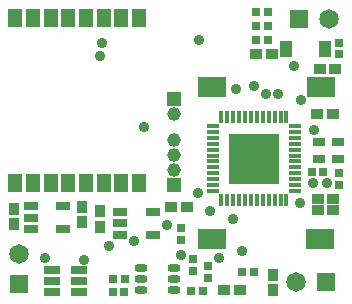
<source format=gts>
G04*
G04 #@! TF.GenerationSoftware,Altium Limited,Altium Designer,18.0.9 (584)*
G04*
G04 Layer_Color=8388736*
%FSLAX25Y25*%
%MOIN*%
G70*
G01*
G75*
%ADD29R,0.02559X0.02953*%
%ADD30R,0.02953X0.02559*%
%ADD31R,0.04134X0.03347*%
%ADD32R,0.09213X0.06890*%
%ADD33R,0.04191X0.05391*%
%ADD34R,0.04134X0.02953*%
%ADD35R,0.03347X0.04134*%
%ADD36R,0.05391X0.02591*%
%ADD37O,0.04331X0.02756*%
%ADD38R,0.04528X0.02953*%
%ADD39R,0.04528X0.06496*%
%ADD40R,0.16732X0.16732*%
%ADD41R,0.03937X0.01693*%
%ADD42R,0.01693X0.03937*%
%ADD43C,0.04528*%
%ADD44R,0.04528X0.04528*%
%ADD45C,0.06496*%
%ADD46R,0.06496X0.06496*%
%ADD47R,0.06496X0.06496*%
%ADD48C,0.03591*%
D29*
X185869Y110710D02*
D03*
X181931D02*
D03*
X186623Y192880D02*
D03*
X190560D02*
D03*
X190508Y197600D02*
D03*
X186572D02*
D03*
X205101Y144240D02*
D03*
X209038D02*
D03*
X165043Y104380D02*
D03*
X168980D02*
D03*
X186623Y188340D02*
D03*
X190560D02*
D03*
X138940Y108450D02*
D03*
X142877D02*
D03*
X138792Y104080D02*
D03*
X142728D02*
D03*
D30*
X170680Y108932D02*
D03*
Y112868D02*
D03*
X161470Y121492D02*
D03*
Y125428D02*
D03*
X214280Y187299D02*
D03*
Y183361D02*
D03*
X214200Y139962D02*
D03*
Y143898D02*
D03*
X165710Y111132D02*
D03*
Y115068D02*
D03*
D31*
X176071Y104760D02*
D03*
X181189D02*
D03*
X213020Y178600D02*
D03*
X207902D02*
D03*
X212159Y163470D02*
D03*
X207041D02*
D03*
X212400Y131570D02*
D03*
X207282D02*
D03*
X191819Y183420D02*
D03*
X186701D02*
D03*
X163550Y132420D02*
D03*
X158432D02*
D03*
X207211Y135350D02*
D03*
X212329D02*
D03*
D32*
X208230Y172620D02*
D03*
X172088D02*
D03*
X171919Y121990D02*
D03*
X208061D02*
D03*
D33*
X209550Y185210D02*
D03*
X196650D02*
D03*
D34*
X207700Y148544D02*
D03*
Y154056D02*
D03*
X213900Y148624D02*
D03*
Y154136D02*
D03*
D35*
X192330Y109899D02*
D03*
Y104781D02*
D03*
X128500Y132559D02*
D03*
Y127441D02*
D03*
X134440Y125941D02*
D03*
Y131059D02*
D03*
X106000Y132000D02*
D03*
Y126882D02*
D03*
D36*
X127560Y111540D02*
D03*
Y107840D02*
D03*
Y104140D02*
D03*
X118760D02*
D03*
Y107840D02*
D03*
Y111540D02*
D03*
D37*
X159253Y104800D02*
D03*
Y108540D02*
D03*
Y112280D02*
D03*
X148427Y104800D02*
D03*
Y108540D02*
D03*
Y112280D02*
D03*
D38*
X152163Y130830D02*
D03*
Y123350D02*
D03*
X141337D02*
D03*
Y127090D02*
D03*
Y130830D02*
D03*
X122413Y132740D02*
D03*
Y125260D02*
D03*
X111587D02*
D03*
Y129000D02*
D03*
Y132740D02*
D03*
D39*
X106331Y195559D02*
D03*
X112236D02*
D03*
X118142D02*
D03*
X124047D02*
D03*
X129953D02*
D03*
X135858D02*
D03*
X141764D02*
D03*
X147669D02*
D03*
Y140441D02*
D03*
X141764D02*
D03*
X135858D02*
D03*
X129953D02*
D03*
X124047D02*
D03*
X118142D02*
D03*
X112236D02*
D03*
X106331D02*
D03*
D40*
X185910Y148680D02*
D03*
D41*
X199591Y159507D02*
D03*
Y157538D02*
D03*
Y155570D02*
D03*
Y153601D02*
D03*
Y151633D02*
D03*
Y149664D02*
D03*
Y147696D02*
D03*
Y145727D02*
D03*
Y143759D02*
D03*
Y141790D02*
D03*
Y139822D02*
D03*
Y137853D02*
D03*
X172229D02*
D03*
Y139822D02*
D03*
Y141790D02*
D03*
Y143759D02*
D03*
Y145727D02*
D03*
Y147696D02*
D03*
Y149664D02*
D03*
Y151633D02*
D03*
Y153601D02*
D03*
Y155570D02*
D03*
Y157538D02*
D03*
Y159507D02*
D03*
D42*
X196737Y134999D02*
D03*
X194768D02*
D03*
X192800D02*
D03*
X190831D02*
D03*
X188863D02*
D03*
X186894D02*
D03*
X184926D02*
D03*
X182957D02*
D03*
X180989D02*
D03*
X179020D02*
D03*
X177052D02*
D03*
X175083D02*
D03*
Y162361D02*
D03*
X177052D02*
D03*
X179020D02*
D03*
X180989D02*
D03*
X182957D02*
D03*
X184926D02*
D03*
X186894D02*
D03*
X188863D02*
D03*
X190831D02*
D03*
X192800D02*
D03*
X194768D02*
D03*
X196737D02*
D03*
D43*
X159400Y154750D02*
D03*
Y149750D02*
D03*
Y144750D02*
D03*
X159420Y163540D02*
D03*
D44*
X159400Y139750D02*
D03*
X159420Y168540D02*
D03*
D45*
X210810Y195150D02*
D03*
X200100Y107370D02*
D03*
X107520Y116850D02*
D03*
D46*
X200810Y195150D02*
D03*
X210100Y107370D02*
D03*
D47*
X107520Y106850D02*
D03*
D48*
X137507Y119520D02*
D03*
X146050Y121060D02*
D03*
X129270Y114780D02*
D03*
X174220Y115640D02*
D03*
X205890Y158340D02*
D03*
X201440Y168130D02*
D03*
X201240Y133820D02*
D03*
X181905Y117835D02*
D03*
X189830Y170260D02*
D03*
X186070Y172920D02*
D03*
X179920Y171900D02*
D03*
X194060Y170080D02*
D03*
X161590Y116540D02*
D03*
X178940Y128570D02*
D03*
X205680Y140410D02*
D03*
X199310Y179370D02*
D03*
X167160Y137210D02*
D03*
X210430Y140470D02*
D03*
X157016Y126574D02*
D03*
X171410Y131320D02*
D03*
X149250Y159140D02*
D03*
X167570Y188280D02*
D03*
X134710Y182980D02*
D03*
X135230Y187030D02*
D03*
X116390Y115420D02*
D03*
M02*

</source>
